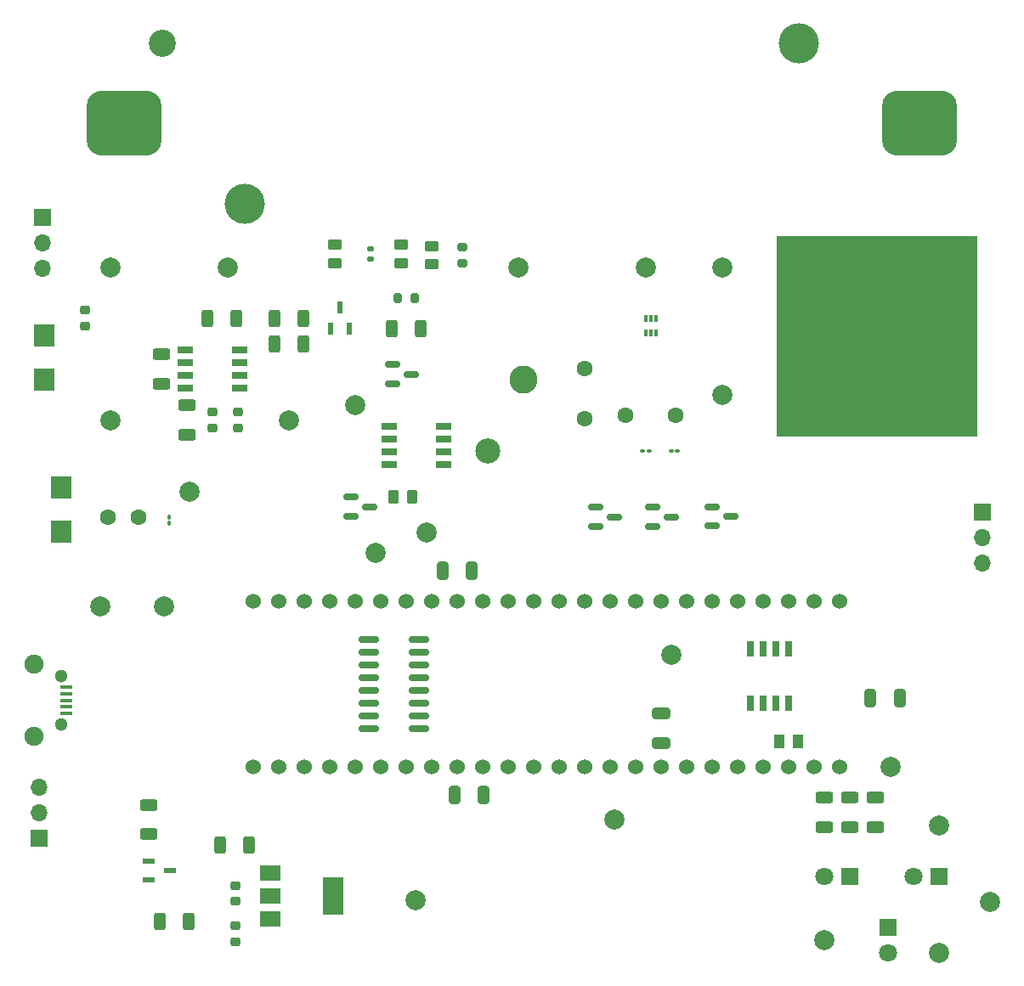
<source format=gbr>
%TF.GenerationSoftware,KiCad,Pcbnew,(7.0.0)*%
%TF.CreationDate,2023-04-03T20:11:10+02:00*%
%TF.ProjectId,FullSchematic,46756c6c-5363-4686-956d-617469632e6b,rev?*%
%TF.SameCoordinates,Original*%
%TF.FileFunction,Soldermask,Top*%
%TF.FilePolarity,Negative*%
%FSLAX46Y46*%
G04 Gerber Fmt 4.6, Leading zero omitted, Abs format (unit mm)*
G04 Created by KiCad (PCBNEW (7.0.0)) date 2023-04-03 20:11:10*
%MOMM*%
%LPD*%
G01*
G04 APERTURE LIST*
G04 Aperture macros list*
%AMRoundRect*
0 Rectangle with rounded corners*
0 $1 Rounding radius*
0 $2 $3 $4 $5 $6 $7 $8 $9 X,Y pos of 4 corners*
0 Add a 4 corners polygon primitive as box body*
4,1,4,$2,$3,$4,$5,$6,$7,$8,$9,$2,$3,0*
0 Add four circle primitives for the rounded corners*
1,1,$1+$1,$2,$3*
1,1,$1+$1,$4,$5*
1,1,$1+$1,$6,$7*
1,1,$1+$1,$8,$9*
0 Add four rect primitives between the rounded corners*
20,1,$1+$1,$2,$3,$4,$5,0*
20,1,$1+$1,$4,$5,$6,$7,0*
20,1,$1+$1,$6,$7,$8,$9,0*
20,1,$1+$1,$8,$9,$2,$3,0*%
G04 Aperture macros list end*
%ADD10C,2.000000*%
%ADD11R,2.150000X2.200000*%
%ADD12RoundRect,0.200000X0.275000X-0.200000X0.275000X0.200000X-0.275000X0.200000X-0.275000X-0.200000X0*%
%ADD13RoundRect,0.150000X-0.587500X-0.150000X0.587500X-0.150000X0.587500X0.150000X-0.587500X0.150000X0*%
%ADD14RoundRect,0.150000X0.825000X0.150000X-0.825000X0.150000X-0.825000X-0.150000X0.825000X-0.150000X0*%
%ADD15RoundRect,0.250000X-0.312500X-0.625000X0.312500X-0.625000X0.312500X0.625000X-0.312500X0.625000X0*%
%ADD16R,0.650000X1.500000*%
%ADD17RoundRect,0.225000X0.250000X-0.225000X0.250000X0.225000X-0.250000X0.225000X-0.250000X-0.225000X0*%
%ADD18R,1.500000X0.650000*%
%ADD19R,0.600000X1.300000*%
%ADD20C,2.500000*%
%ADD21RoundRect,0.225000X-0.250000X0.225000X-0.250000X-0.225000X0.250000X-0.225000X0.250000X0.225000X0*%
%ADD22RoundRect,0.250000X-0.650000X0.325000X-0.650000X-0.325000X0.650000X-0.325000X0.650000X0.325000X0*%
%ADD23R,1.300000X0.600000*%
%ADD24C,1.600000*%
%ADD25RoundRect,0.250000X-0.262500X-0.450000X0.262500X-0.450000X0.262500X0.450000X-0.262500X0.450000X0*%
%ADD26RoundRect,0.250000X-0.625000X0.312500X-0.625000X-0.312500X0.625000X-0.312500X0.625000X0.312500X0*%
%ADD27C,1.524000*%
%ADD28RoundRect,0.250000X0.450000X-0.262500X0.450000X0.262500X-0.450000X0.262500X-0.450000X-0.262500X0*%
%ADD29RoundRect,0.135000X0.185000X-0.135000X0.185000X0.135000X-0.185000X0.135000X-0.185000X-0.135000X0*%
%ADD30RoundRect,0.100000X0.100000X-0.130000X0.100000X0.130000X-0.100000X0.130000X-0.100000X-0.130000X0*%
%ADD31RoundRect,0.250000X0.325000X0.650000X-0.325000X0.650000X-0.325000X-0.650000X0.325000X-0.650000X0*%
%ADD32RoundRect,0.200000X-0.200000X-0.275000X0.200000X-0.275000X0.200000X0.275000X-0.200000X0.275000X0*%
%ADD33R,2.000000X1.500000*%
%ADD34R,2.000000X3.800000*%
%ADD35R,1.800000X1.800000*%
%ADD36C,1.800000*%
%ADD37R,20.000000X20.000000*%
%ADD38C,2.800000*%
%ADD39R,0.340000X0.700000*%
%ADD40R,1.000000X1.450000*%
%ADD41RoundRect,0.100000X-0.130000X-0.100000X0.130000X-0.100000X0.130000X0.100000X-0.130000X0.100000X0*%
%ADD42R,1.700000X1.700000*%
%ADD43O,1.700000X1.700000*%
%ADD44C,4.000000*%
%ADD45C,2.700000*%
%ADD46RoundRect,1.625000X2.125000X1.625000X-2.125000X1.625000X-2.125000X-1.625000X2.125000X-1.625000X0*%
%ADD47R,1.250000X0.400000*%
%ADD48C,1.300000*%
%ADD49C,1.900000*%
%ADD50RoundRect,0.250000X0.625000X-0.312500X0.625000X0.312500X-0.625000X0.312500X-0.625000X-0.312500X0*%
%ADD51RoundRect,0.250000X0.312500X0.625000X-0.312500X0.625000X-0.312500X-0.625000X0.312500X-0.625000X0*%
%ADD52RoundRect,0.218750X-0.256250X0.218750X-0.256250X-0.218750X0.256250X-0.218750X0.256250X0.218750X0*%
G04 APERTURE END LIST*
D10*
%TO.C,TP21*%
X72472000Y-79995000D03*
%TD*%
D11*
%TO.C,D4*%
X55879999Y-101939999D03*
X55879999Y-106339999D03*
%TD*%
D10*
%TO.C,TP22*%
X91160600Y-143078200D03*
%TD*%
%TO.C,TP9*%
X66132000Y-113777000D03*
%TD*%
D12*
%TO.C,R22*%
X95840000Y-79613000D03*
X95840000Y-77963000D03*
%TD*%
D13*
%TO.C,U6*%
X88885000Y-89713000D03*
X88885000Y-91613000D03*
X90760000Y-90663000D03*
%TD*%
%TO.C,Q3*%
X114793000Y-103937000D03*
X114793000Y-105837000D03*
X116668000Y-104887000D03*
%TD*%
D11*
%TO.C,D6*%
X54178199Y-86801599D03*
X54178199Y-91201599D03*
%TD*%
D14*
%TO.C,U2*%
X91522000Y-125969000D03*
X91522000Y-124699000D03*
X91522000Y-123429000D03*
X91522000Y-122159000D03*
X91522000Y-120889000D03*
X91522000Y-119619000D03*
X91522000Y-118349000D03*
X91522000Y-117079000D03*
X86572000Y-117079000D03*
X86572000Y-118349000D03*
X86572000Y-119619000D03*
X86572000Y-120889000D03*
X86572000Y-122159000D03*
X86572000Y-123429000D03*
X86572000Y-124699000D03*
X86572000Y-125969000D03*
%TD*%
D15*
%TO.C,R9*%
X88789500Y-86091000D03*
X91714500Y-86091000D03*
%TD*%
D10*
%TO.C,TP14*%
X121748000Y-92695000D03*
%TD*%
D16*
%TO.C,U3*%
X128351999Y-118028999D03*
X127081999Y-118028999D03*
X125811999Y-118028999D03*
X124541999Y-118028999D03*
X124541999Y-123428999D03*
X125811999Y-123428999D03*
X127081999Y-123428999D03*
X128351999Y-123428999D03*
%TD*%
D10*
%TO.C,TP19*%
X78568000Y-95235000D03*
%TD*%
D17*
%TO.C,C10*%
X70948000Y-96010000D03*
X70948000Y-94460000D03*
%TD*%
D18*
%TO.C,U5*%
X88567999Y-95869999D03*
X88567999Y-97139999D03*
X88567999Y-98409999D03*
X88567999Y-99679999D03*
X93967999Y-99679999D03*
X93967999Y-98409999D03*
X93967999Y-97139999D03*
X93967999Y-95869999D03*
%TD*%
D10*
%TO.C,TP5*%
X87204000Y-108443000D03*
%TD*%
D19*
%TO.C,Qrevpol1*%
X82697999Y-86124999D03*
X84597999Y-86124999D03*
X83647999Y-84024999D03*
%TD*%
D10*
%TO.C,TP12*%
X121748000Y-79995000D03*
%TD*%
D17*
%TO.C,C9*%
X73253600Y-143218200D03*
X73253600Y-141668200D03*
%TD*%
D20*
%TO.C,TP18*%
X98380000Y-98283000D03*
%TD*%
D10*
%TO.C,TP11*%
X114128000Y-79995000D03*
%TD*%
D21*
%TO.C,C8*%
X73279000Y-145669000D03*
X73279000Y-147219000D03*
%TD*%
D22*
%TO.C,C1*%
X115652000Y-124494000D03*
X115652000Y-127444000D03*
%TD*%
D23*
%TO.C,Qrevpol2*%
X64597999Y-139209999D03*
X64597999Y-141109999D03*
X66697999Y-140159999D03*
%TD*%
D13*
%TO.C,Q4*%
X120732000Y-103871000D03*
X120732000Y-105771000D03*
X122607000Y-104821000D03*
%TD*%
D24*
%TO.C,C5*%
X117136000Y-94727000D03*
X112136000Y-94727000D03*
%TD*%
D25*
%TO.C,R14*%
X89019500Y-102855000D03*
X90844500Y-102855000D03*
%TD*%
D26*
%TO.C,R2*%
X136988000Y-132888500D03*
X136988000Y-135813500D03*
%TD*%
D10*
%TO.C,TP23*%
X110998000Y-135026400D03*
%TD*%
D15*
%TO.C,R15*%
X77105500Y-87615000D03*
X80030500Y-87615000D03*
%TD*%
%TO.C,R17*%
X71705500Y-137620000D03*
X74630500Y-137620000D03*
%TD*%
D27*
%TO.C,U4*%
X75012000Y-129779000D03*
X77552000Y-129779000D03*
X80092000Y-129779000D03*
X82632000Y-129779000D03*
X85172000Y-129779000D03*
X87712000Y-129779000D03*
X90252000Y-129779000D03*
X92792000Y-129779000D03*
X95332000Y-129779000D03*
X97872000Y-129779000D03*
X100412000Y-129779000D03*
X102952000Y-129779000D03*
X105492000Y-129779000D03*
X108032000Y-129779000D03*
X110572000Y-129779000D03*
X113112000Y-129779000D03*
X115652000Y-129779000D03*
X118192000Y-129779000D03*
X120732000Y-129779000D03*
X123272000Y-129779000D03*
X125812000Y-129779000D03*
X128352000Y-129779000D03*
X130892000Y-129779000D03*
X133432000Y-129779000D03*
X133432000Y-113269000D03*
X130892000Y-113269000D03*
X128352000Y-113269000D03*
X125812000Y-113269000D03*
X123272000Y-113269000D03*
X120732000Y-113269000D03*
X118192000Y-113269000D03*
X115652000Y-113269000D03*
X113112000Y-113269000D03*
X110572000Y-113269000D03*
X108032000Y-113269000D03*
X105492000Y-113269000D03*
X102952000Y-113269000D03*
X100412000Y-113269000D03*
X97872000Y-113269000D03*
X95332000Y-113269000D03*
X92792000Y-113269000D03*
X90252000Y-113269000D03*
X87712000Y-113269000D03*
X85172000Y-113269000D03*
X82632000Y-113269000D03*
X80092000Y-113269000D03*
X77552000Y-113269000D03*
X75012000Y-113269000D03*
%TD*%
D10*
%TO.C,TP16*%
X60788000Y-95235000D03*
%TD*%
D28*
%TO.C,R18*%
X83140000Y-79574500D03*
X83140000Y-77749500D03*
%TD*%
D29*
%TO.C,R19*%
X86696000Y-79172000D03*
X86696000Y-78152000D03*
%TD*%
D30*
%TO.C,R11*%
X66640000Y-105552000D03*
X66640000Y-104912000D03*
%TD*%
D10*
%TO.C,TP7*%
X138512000Y-129779000D03*
%TD*%
D31*
%TO.C,C2*%
X97995000Y-132588000D03*
X95045000Y-132588000D03*
%TD*%
D10*
%TO.C,TP10*%
X68672000Y-102347000D03*
%TD*%
%TO.C,TP15*%
X60788000Y-79995000D03*
%TD*%
D32*
%TO.C,R8*%
X89427000Y-83043000D03*
X91077000Y-83043000D03*
%TD*%
D33*
%TO.C,U1*%
X76687999Y-140399999D03*
X76687999Y-142699999D03*
X76687999Y-144999999D03*
D34*
X82987999Y-142699999D03*
%TD*%
D35*
%TO.C,D2*%
X134447999Y-140700999D03*
D36*
X131908000Y-140701000D03*
%TD*%
D10*
%TO.C,TP1*%
X116668000Y-118603000D03*
%TD*%
%TO.C,TP20*%
X85172000Y-93711000D03*
%TD*%
D13*
%TO.C,Q2*%
X84742500Y-102921000D03*
X84742500Y-104821000D03*
X86617500Y-103871000D03*
%TD*%
D37*
%TO.C,P1*%
X137159999Y-86867999D03*
%TD*%
D10*
%TO.C,TP2*%
X131908000Y-147051000D03*
%TD*%
D15*
%TO.C,R4*%
X77105500Y-85075000D03*
X80030500Y-85075000D03*
%TD*%
D38*
%TO.C,TP17*%
X101936000Y-91171000D03*
%TD*%
D26*
%TO.C,R7*%
X64598000Y-133617500D03*
X64598000Y-136542500D03*
%TD*%
D39*
%TO.C,IC1*%
X114127999Y-86574999D03*
X114627999Y-86574999D03*
X115127999Y-86574999D03*
X115127999Y-85074999D03*
X114627999Y-85074999D03*
X114127999Y-85074999D03*
%TD*%
D21*
%TO.C,C11*%
X73488000Y-94460000D03*
X73488000Y-96010000D03*
%TD*%
D13*
%TO.C,Q1*%
X109126500Y-103937000D03*
X109126500Y-105837000D03*
X111001500Y-104887000D03*
%TD*%
D18*
%TO.C,J2*%
X68247999Y-88249999D03*
X68247999Y-89519999D03*
X68247999Y-90789999D03*
X68247999Y-92059999D03*
X73647999Y-92059999D03*
X73647999Y-90789999D03*
X73647999Y-89519999D03*
X73647999Y-88249999D03*
%TD*%
D40*
%TO.C,R6*%
X127401999Y-127238999D03*
X129301999Y-127238999D03*
%TD*%
D41*
%TO.C,R23*%
X116668000Y-98283000D03*
X117308000Y-98283000D03*
%TD*%
D31*
%TO.C,C3*%
X96807000Y-110236000D03*
X93857000Y-110236000D03*
%TD*%
D24*
%TO.C,R12*%
X63572000Y-104887000D03*
X60572000Y-104887000D03*
%TD*%
D42*
%TO.C,J5*%
X54000399Y-75031599D03*
D43*
X54000399Y-77571599D03*
X54000399Y-80111599D03*
%TD*%
D24*
%TO.C,C13*%
X108032000Y-95115000D03*
X108032000Y-90115000D03*
%TD*%
D10*
%TO.C,TP4*%
X143338000Y-135621000D03*
%TD*%
D44*
%TO.C,BT1*%
X129368000Y-57660000D03*
X74168000Y-73660000D03*
D45*
X65948000Y-57660000D03*
D46*
X62118000Y-65660000D03*
X141418000Y-65660000D03*
%TD*%
D10*
%TO.C,TP13*%
X101428000Y-79995000D03*
%TD*%
D42*
%TO.C,J4*%
X53675999Y-136890999D03*
D43*
X53675999Y-134350999D03*
X53675999Y-131810999D03*
%TD*%
D26*
%TO.C,R1*%
X131908000Y-132888500D03*
X131908000Y-135813500D03*
%TD*%
D42*
%TO.C,J3*%
X147655999Y-104378999D03*
D43*
X147655999Y-106918999D03*
X147655999Y-109458999D03*
%TD*%
D10*
%TO.C,TP3*%
X143338000Y-148321000D03*
%TD*%
D26*
%TO.C,R3*%
X134448000Y-132888500D03*
X134448000Y-135813500D03*
%TD*%
D10*
%TO.C,TP8*%
X59782000Y-113777000D03*
%TD*%
D47*
%TO.C,J1*%
X56367999Y-121874999D03*
X56367999Y-122524999D03*
X56367999Y-123174999D03*
X56367999Y-123824999D03*
X56367999Y-124474999D03*
D48*
X55848000Y-120750000D03*
X55848000Y-125600000D03*
D49*
X53168000Y-119550000D03*
X53168000Y-126800000D03*
%TD*%
D41*
%TO.C,D5*%
X113808000Y-98283000D03*
X114448000Y-98283000D03*
%TD*%
D35*
%TO.C,D3*%
X138257999Y-145780999D03*
D36*
X138258000Y-148321000D03*
%TD*%
D10*
%TO.C,TP6*%
X148418000Y-143241000D03*
%TD*%
%TO.C,TP5*%
X92284000Y-106411000D03*
%TD*%
D35*
%TO.C,D1*%
X143337999Y-140700999D03*
D36*
X140798000Y-140701000D03*
%TD*%
D50*
%TO.C,R5*%
X68408000Y-96697500D03*
X68408000Y-93772500D03*
%TD*%
D51*
%TO.C,R10*%
X73360500Y-85075000D03*
X70435500Y-85075000D03*
%TD*%
D26*
%TO.C,R13*%
X65868000Y-88692500D03*
X65868000Y-91617500D03*
%TD*%
D52*
%TO.C,LEDcharge1*%
X58248000Y-84287500D03*
X58248000Y-85862500D03*
%TD*%
D15*
%TO.C,R16*%
X65675500Y-145240000D03*
X68600500Y-145240000D03*
%TD*%
D28*
%TO.C,R21*%
X92792000Y-79703500D03*
X92792000Y-77878500D03*
%TD*%
D31*
%TO.C,C4*%
X139427000Y-122954000D03*
X136477000Y-122954000D03*
%TD*%
D28*
%TO.C,R20*%
X89744000Y-79574500D03*
X89744000Y-77749500D03*
%TD*%
M02*

</source>
